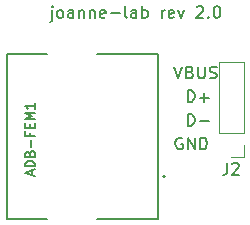
<source format=gbr>
%TF.GenerationSoftware,KiCad,Pcbnew,7.0.9-1.fc39*%
%TF.CreationDate,2023-12-29T10:15:15-08:00*%
%TF.ProjectId,aekii-m3501,61656b69-692d-46d3-9335-30312e6b6963,rev?*%
%TF.SameCoordinates,Original*%
%TF.FileFunction,Legend,Top*%
%TF.FilePolarity,Positive*%
%FSLAX46Y46*%
G04 Gerber Fmt 4.6, Leading zero omitted, Abs format (unit mm)*
G04 Created by KiCad (PCBNEW 7.0.9-1.fc39) date 2023-12-29 10:15:15*
%MOMM*%
%LPD*%
G01*
G04 APERTURE LIST*
%ADD10C,0.150000*%
%ADD11C,0.127000*%
%ADD12C,0.200000*%
%ADD13C,0.120000*%
G04 APERTURE END LIST*
D10*
X103841779Y-102073152D02*
X103841779Y-102930295D01*
X103841779Y-102930295D02*
X103794160Y-103025533D01*
X103794160Y-103025533D02*
X103698922Y-103073152D01*
X103698922Y-103073152D02*
X103651303Y-103073152D01*
X103841779Y-101739819D02*
X103794160Y-101787438D01*
X103794160Y-101787438D02*
X103841779Y-101835057D01*
X103841779Y-101835057D02*
X103889398Y-101787438D01*
X103889398Y-101787438D02*
X103841779Y-101739819D01*
X103841779Y-101739819D02*
X103841779Y-101835057D01*
X104460826Y-102739819D02*
X104365588Y-102692200D01*
X104365588Y-102692200D02*
X104317969Y-102644580D01*
X104317969Y-102644580D02*
X104270350Y-102549342D01*
X104270350Y-102549342D02*
X104270350Y-102263628D01*
X104270350Y-102263628D02*
X104317969Y-102168390D01*
X104317969Y-102168390D02*
X104365588Y-102120771D01*
X104365588Y-102120771D02*
X104460826Y-102073152D01*
X104460826Y-102073152D02*
X104603683Y-102073152D01*
X104603683Y-102073152D02*
X104698921Y-102120771D01*
X104698921Y-102120771D02*
X104746540Y-102168390D01*
X104746540Y-102168390D02*
X104794159Y-102263628D01*
X104794159Y-102263628D02*
X104794159Y-102549342D01*
X104794159Y-102549342D02*
X104746540Y-102644580D01*
X104746540Y-102644580D02*
X104698921Y-102692200D01*
X104698921Y-102692200D02*
X104603683Y-102739819D01*
X104603683Y-102739819D02*
X104460826Y-102739819D01*
X105651302Y-102739819D02*
X105651302Y-102216009D01*
X105651302Y-102216009D02*
X105603683Y-102120771D01*
X105603683Y-102120771D02*
X105508445Y-102073152D01*
X105508445Y-102073152D02*
X105317969Y-102073152D01*
X105317969Y-102073152D02*
X105222731Y-102120771D01*
X105651302Y-102692200D02*
X105556064Y-102739819D01*
X105556064Y-102739819D02*
X105317969Y-102739819D01*
X105317969Y-102739819D02*
X105222731Y-102692200D01*
X105222731Y-102692200D02*
X105175112Y-102596961D01*
X105175112Y-102596961D02*
X105175112Y-102501723D01*
X105175112Y-102501723D02*
X105222731Y-102406485D01*
X105222731Y-102406485D02*
X105317969Y-102358866D01*
X105317969Y-102358866D02*
X105556064Y-102358866D01*
X105556064Y-102358866D02*
X105651302Y-102311247D01*
X106127493Y-102073152D02*
X106127493Y-102739819D01*
X106127493Y-102168390D02*
X106175112Y-102120771D01*
X106175112Y-102120771D02*
X106270350Y-102073152D01*
X106270350Y-102073152D02*
X106413207Y-102073152D01*
X106413207Y-102073152D02*
X106508445Y-102120771D01*
X106508445Y-102120771D02*
X106556064Y-102216009D01*
X106556064Y-102216009D02*
X106556064Y-102739819D01*
X107032255Y-102073152D02*
X107032255Y-102739819D01*
X107032255Y-102168390D02*
X107079874Y-102120771D01*
X107079874Y-102120771D02*
X107175112Y-102073152D01*
X107175112Y-102073152D02*
X107317969Y-102073152D01*
X107317969Y-102073152D02*
X107413207Y-102120771D01*
X107413207Y-102120771D02*
X107460826Y-102216009D01*
X107460826Y-102216009D02*
X107460826Y-102739819D01*
X108317969Y-102692200D02*
X108222731Y-102739819D01*
X108222731Y-102739819D02*
X108032255Y-102739819D01*
X108032255Y-102739819D02*
X107937017Y-102692200D01*
X107937017Y-102692200D02*
X107889398Y-102596961D01*
X107889398Y-102596961D02*
X107889398Y-102216009D01*
X107889398Y-102216009D02*
X107937017Y-102120771D01*
X107937017Y-102120771D02*
X108032255Y-102073152D01*
X108032255Y-102073152D02*
X108222731Y-102073152D01*
X108222731Y-102073152D02*
X108317969Y-102120771D01*
X108317969Y-102120771D02*
X108365588Y-102216009D01*
X108365588Y-102216009D02*
X108365588Y-102311247D01*
X108365588Y-102311247D02*
X107889398Y-102406485D01*
X108794160Y-102358866D02*
X109556065Y-102358866D01*
X110175112Y-102739819D02*
X110079874Y-102692200D01*
X110079874Y-102692200D02*
X110032255Y-102596961D01*
X110032255Y-102596961D02*
X110032255Y-101739819D01*
X110984636Y-102739819D02*
X110984636Y-102216009D01*
X110984636Y-102216009D02*
X110937017Y-102120771D01*
X110937017Y-102120771D02*
X110841779Y-102073152D01*
X110841779Y-102073152D02*
X110651303Y-102073152D01*
X110651303Y-102073152D02*
X110556065Y-102120771D01*
X110984636Y-102692200D02*
X110889398Y-102739819D01*
X110889398Y-102739819D02*
X110651303Y-102739819D01*
X110651303Y-102739819D02*
X110556065Y-102692200D01*
X110556065Y-102692200D02*
X110508446Y-102596961D01*
X110508446Y-102596961D02*
X110508446Y-102501723D01*
X110508446Y-102501723D02*
X110556065Y-102406485D01*
X110556065Y-102406485D02*
X110651303Y-102358866D01*
X110651303Y-102358866D02*
X110889398Y-102358866D01*
X110889398Y-102358866D02*
X110984636Y-102311247D01*
X111460827Y-102739819D02*
X111460827Y-101739819D01*
X111460827Y-102120771D02*
X111556065Y-102073152D01*
X111556065Y-102073152D02*
X111746541Y-102073152D01*
X111746541Y-102073152D02*
X111841779Y-102120771D01*
X111841779Y-102120771D02*
X111889398Y-102168390D01*
X111889398Y-102168390D02*
X111937017Y-102263628D01*
X111937017Y-102263628D02*
X111937017Y-102549342D01*
X111937017Y-102549342D02*
X111889398Y-102644580D01*
X111889398Y-102644580D02*
X111841779Y-102692200D01*
X111841779Y-102692200D02*
X111746541Y-102739819D01*
X111746541Y-102739819D02*
X111556065Y-102739819D01*
X111556065Y-102739819D02*
X111460827Y-102692200D01*
X113127494Y-102739819D02*
X113127494Y-102073152D01*
X113127494Y-102263628D02*
X113175113Y-102168390D01*
X113175113Y-102168390D02*
X113222732Y-102120771D01*
X113222732Y-102120771D02*
X113317970Y-102073152D01*
X113317970Y-102073152D02*
X113413208Y-102073152D01*
X114127494Y-102692200D02*
X114032256Y-102739819D01*
X114032256Y-102739819D02*
X113841780Y-102739819D01*
X113841780Y-102739819D02*
X113746542Y-102692200D01*
X113746542Y-102692200D02*
X113698923Y-102596961D01*
X113698923Y-102596961D02*
X113698923Y-102216009D01*
X113698923Y-102216009D02*
X113746542Y-102120771D01*
X113746542Y-102120771D02*
X113841780Y-102073152D01*
X113841780Y-102073152D02*
X114032256Y-102073152D01*
X114032256Y-102073152D02*
X114127494Y-102120771D01*
X114127494Y-102120771D02*
X114175113Y-102216009D01*
X114175113Y-102216009D02*
X114175113Y-102311247D01*
X114175113Y-102311247D02*
X113698923Y-102406485D01*
X114508447Y-102073152D02*
X114746542Y-102739819D01*
X114746542Y-102739819D02*
X114984637Y-102073152D01*
X116079876Y-101835057D02*
X116127495Y-101787438D01*
X116127495Y-101787438D02*
X116222733Y-101739819D01*
X116222733Y-101739819D02*
X116460828Y-101739819D01*
X116460828Y-101739819D02*
X116556066Y-101787438D01*
X116556066Y-101787438D02*
X116603685Y-101835057D01*
X116603685Y-101835057D02*
X116651304Y-101930295D01*
X116651304Y-101930295D02*
X116651304Y-102025533D01*
X116651304Y-102025533D02*
X116603685Y-102168390D01*
X116603685Y-102168390D02*
X116032257Y-102739819D01*
X116032257Y-102739819D02*
X116651304Y-102739819D01*
X117079876Y-102644580D02*
X117127495Y-102692200D01*
X117127495Y-102692200D02*
X117079876Y-102739819D01*
X117079876Y-102739819D02*
X117032257Y-102692200D01*
X117032257Y-102692200D02*
X117079876Y-102644580D01*
X117079876Y-102644580D02*
X117079876Y-102739819D01*
X117746542Y-101739819D02*
X117841780Y-101739819D01*
X117841780Y-101739819D02*
X117937018Y-101787438D01*
X117937018Y-101787438D02*
X117984637Y-101835057D01*
X117984637Y-101835057D02*
X118032256Y-101930295D01*
X118032256Y-101930295D02*
X118079875Y-102120771D01*
X118079875Y-102120771D02*
X118079875Y-102358866D01*
X118079875Y-102358866D02*
X118032256Y-102549342D01*
X118032256Y-102549342D02*
X117984637Y-102644580D01*
X117984637Y-102644580D02*
X117937018Y-102692200D01*
X117937018Y-102692200D02*
X117841780Y-102739819D01*
X117841780Y-102739819D02*
X117746542Y-102739819D01*
X117746542Y-102739819D02*
X117651304Y-102692200D01*
X117651304Y-102692200D02*
X117603685Y-102644580D01*
X117603685Y-102644580D02*
X117556066Y-102549342D01*
X117556066Y-102549342D02*
X117508447Y-102358866D01*
X117508447Y-102358866D02*
X117508447Y-102120771D01*
X117508447Y-102120771D02*
X117556066Y-101930295D01*
X117556066Y-101930295D02*
X117603685Y-101835057D01*
X117603685Y-101835057D02*
X117651304Y-101787438D01*
X117651304Y-101787438D02*
X117746542Y-101739819D01*
X115336779Y-109869819D02*
X115336779Y-108869819D01*
X115336779Y-108869819D02*
X115574874Y-108869819D01*
X115574874Y-108869819D02*
X115717731Y-108917438D01*
X115717731Y-108917438D02*
X115812969Y-109012676D01*
X115812969Y-109012676D02*
X115860588Y-109107914D01*
X115860588Y-109107914D02*
X115908207Y-109298390D01*
X115908207Y-109298390D02*
X115908207Y-109441247D01*
X115908207Y-109441247D02*
X115860588Y-109631723D01*
X115860588Y-109631723D02*
X115812969Y-109726961D01*
X115812969Y-109726961D02*
X115717731Y-109822200D01*
X115717731Y-109822200D02*
X115574874Y-109869819D01*
X115574874Y-109869819D02*
X115336779Y-109869819D01*
X116336779Y-109488866D02*
X117098684Y-109488866D01*
X116717731Y-109869819D02*
X116717731Y-109107914D01*
X115336779Y-111869819D02*
X115336779Y-110869819D01*
X115336779Y-110869819D02*
X115574874Y-110869819D01*
X115574874Y-110869819D02*
X115717731Y-110917438D01*
X115717731Y-110917438D02*
X115812969Y-111012676D01*
X115812969Y-111012676D02*
X115860588Y-111107914D01*
X115860588Y-111107914D02*
X115908207Y-111298390D01*
X115908207Y-111298390D02*
X115908207Y-111441247D01*
X115908207Y-111441247D02*
X115860588Y-111631723D01*
X115860588Y-111631723D02*
X115812969Y-111726961D01*
X115812969Y-111726961D02*
X115717731Y-111822200D01*
X115717731Y-111822200D02*
X115574874Y-111869819D01*
X115574874Y-111869819D02*
X115336779Y-111869819D01*
X116336779Y-111488866D02*
X117098684Y-111488866D01*
X114860588Y-112917438D02*
X114765350Y-112869819D01*
X114765350Y-112869819D02*
X114622493Y-112869819D01*
X114622493Y-112869819D02*
X114479636Y-112917438D01*
X114479636Y-112917438D02*
X114384398Y-113012676D01*
X114384398Y-113012676D02*
X114336779Y-113107914D01*
X114336779Y-113107914D02*
X114289160Y-113298390D01*
X114289160Y-113298390D02*
X114289160Y-113441247D01*
X114289160Y-113441247D02*
X114336779Y-113631723D01*
X114336779Y-113631723D02*
X114384398Y-113726961D01*
X114384398Y-113726961D02*
X114479636Y-113822200D01*
X114479636Y-113822200D02*
X114622493Y-113869819D01*
X114622493Y-113869819D02*
X114717731Y-113869819D01*
X114717731Y-113869819D02*
X114860588Y-113822200D01*
X114860588Y-113822200D02*
X114908207Y-113774580D01*
X114908207Y-113774580D02*
X114908207Y-113441247D01*
X114908207Y-113441247D02*
X114717731Y-113441247D01*
X115336779Y-113869819D02*
X115336779Y-112869819D01*
X115336779Y-112869819D02*
X115908207Y-113869819D01*
X115908207Y-113869819D02*
X115908207Y-112869819D01*
X116384398Y-113869819D02*
X116384398Y-112869819D01*
X116384398Y-112869819D02*
X116622493Y-112869819D01*
X116622493Y-112869819D02*
X116765350Y-112917438D01*
X116765350Y-112917438D02*
X116860588Y-113012676D01*
X116860588Y-113012676D02*
X116908207Y-113107914D01*
X116908207Y-113107914D02*
X116955826Y-113298390D01*
X116955826Y-113298390D02*
X116955826Y-113441247D01*
X116955826Y-113441247D02*
X116908207Y-113631723D01*
X116908207Y-113631723D02*
X116860588Y-113726961D01*
X116860588Y-113726961D02*
X116765350Y-113822200D01*
X116765350Y-113822200D02*
X116622493Y-113869819D01*
X116622493Y-113869819D02*
X116384398Y-113869819D01*
X114193922Y-106869819D02*
X114527255Y-107869819D01*
X114527255Y-107869819D02*
X114860588Y-106869819D01*
X115527255Y-107346009D02*
X115670112Y-107393628D01*
X115670112Y-107393628D02*
X115717731Y-107441247D01*
X115717731Y-107441247D02*
X115765350Y-107536485D01*
X115765350Y-107536485D02*
X115765350Y-107679342D01*
X115765350Y-107679342D02*
X115717731Y-107774580D01*
X115717731Y-107774580D02*
X115670112Y-107822200D01*
X115670112Y-107822200D02*
X115574874Y-107869819D01*
X115574874Y-107869819D02*
X115193922Y-107869819D01*
X115193922Y-107869819D02*
X115193922Y-106869819D01*
X115193922Y-106869819D02*
X115527255Y-106869819D01*
X115527255Y-106869819D02*
X115622493Y-106917438D01*
X115622493Y-106917438D02*
X115670112Y-106965057D01*
X115670112Y-106965057D02*
X115717731Y-107060295D01*
X115717731Y-107060295D02*
X115717731Y-107155533D01*
X115717731Y-107155533D02*
X115670112Y-107250771D01*
X115670112Y-107250771D02*
X115622493Y-107298390D01*
X115622493Y-107298390D02*
X115527255Y-107346009D01*
X115527255Y-107346009D02*
X115193922Y-107346009D01*
X116193922Y-106869819D02*
X116193922Y-107679342D01*
X116193922Y-107679342D02*
X116241541Y-107774580D01*
X116241541Y-107774580D02*
X116289160Y-107822200D01*
X116289160Y-107822200D02*
X116384398Y-107869819D01*
X116384398Y-107869819D02*
X116574874Y-107869819D01*
X116574874Y-107869819D02*
X116670112Y-107822200D01*
X116670112Y-107822200D02*
X116717731Y-107774580D01*
X116717731Y-107774580D02*
X116765350Y-107679342D01*
X116765350Y-107679342D02*
X116765350Y-106869819D01*
X117193922Y-107822200D02*
X117336779Y-107869819D01*
X117336779Y-107869819D02*
X117574874Y-107869819D01*
X117574874Y-107869819D02*
X117670112Y-107822200D01*
X117670112Y-107822200D02*
X117717731Y-107774580D01*
X117717731Y-107774580D02*
X117765350Y-107679342D01*
X117765350Y-107679342D02*
X117765350Y-107584104D01*
X117765350Y-107584104D02*
X117717731Y-107488866D01*
X117717731Y-107488866D02*
X117670112Y-107441247D01*
X117670112Y-107441247D02*
X117574874Y-107393628D01*
X117574874Y-107393628D02*
X117384398Y-107346009D01*
X117384398Y-107346009D02*
X117289160Y-107298390D01*
X117289160Y-107298390D02*
X117241541Y-107250771D01*
X117241541Y-107250771D02*
X117193922Y-107155533D01*
X117193922Y-107155533D02*
X117193922Y-107060295D01*
X117193922Y-107060295D02*
X117241541Y-106965057D01*
X117241541Y-106965057D02*
X117289160Y-106917438D01*
X117289160Y-106917438D02*
X117384398Y-106869819D01*
X117384398Y-106869819D02*
X117622493Y-106869819D01*
X117622493Y-106869819D02*
X117765350Y-106917438D01*
X102133803Y-116030270D02*
X102133803Y-115649104D01*
X102362503Y-116106503D02*
X101562054Y-115839687D01*
X101562054Y-115839687D02*
X102362503Y-115572871D01*
X102362503Y-115306054D02*
X101562054Y-115306054D01*
X101562054Y-115306054D02*
X101562054Y-115115471D01*
X101562054Y-115115471D02*
X101600171Y-115001121D01*
X101600171Y-115001121D02*
X101676404Y-114924888D01*
X101676404Y-114924888D02*
X101752637Y-114886772D01*
X101752637Y-114886772D02*
X101905104Y-114848655D01*
X101905104Y-114848655D02*
X102019454Y-114848655D01*
X102019454Y-114848655D02*
X102171920Y-114886772D01*
X102171920Y-114886772D02*
X102248153Y-114924888D01*
X102248153Y-114924888D02*
X102324387Y-115001121D01*
X102324387Y-115001121D02*
X102362503Y-115115471D01*
X102362503Y-115115471D02*
X102362503Y-115306054D01*
X101943220Y-114238789D02*
X101981337Y-114124439D01*
X101981337Y-114124439D02*
X102019454Y-114086323D01*
X102019454Y-114086323D02*
X102095687Y-114048206D01*
X102095687Y-114048206D02*
X102210037Y-114048206D01*
X102210037Y-114048206D02*
X102286270Y-114086323D01*
X102286270Y-114086323D02*
X102324387Y-114124439D01*
X102324387Y-114124439D02*
X102362503Y-114200672D01*
X102362503Y-114200672D02*
X102362503Y-114505605D01*
X102362503Y-114505605D02*
X101562054Y-114505605D01*
X101562054Y-114505605D02*
X101562054Y-114238789D01*
X101562054Y-114238789D02*
X101600171Y-114162556D01*
X101600171Y-114162556D02*
X101638287Y-114124439D01*
X101638287Y-114124439D02*
X101714521Y-114086323D01*
X101714521Y-114086323D02*
X101790754Y-114086323D01*
X101790754Y-114086323D02*
X101866987Y-114124439D01*
X101866987Y-114124439D02*
X101905104Y-114162556D01*
X101905104Y-114162556D02*
X101943220Y-114238789D01*
X101943220Y-114238789D02*
X101943220Y-114505605D01*
X102057570Y-113705156D02*
X102057570Y-113095291D01*
X101943220Y-112447308D02*
X101943220Y-112714124D01*
X102362503Y-112714124D02*
X101562054Y-112714124D01*
X101562054Y-112714124D02*
X101562054Y-112332958D01*
X101943220Y-112028025D02*
X101943220Y-111761209D01*
X102362503Y-111646859D02*
X102362503Y-112028025D01*
X102362503Y-112028025D02*
X101562054Y-112028025D01*
X101562054Y-112028025D02*
X101562054Y-111646859D01*
X102362503Y-111303809D02*
X101562054Y-111303809D01*
X101562054Y-111303809D02*
X102133803Y-111036993D01*
X102133803Y-111036993D02*
X101562054Y-110770177D01*
X101562054Y-110770177D02*
X102362503Y-110770177D01*
X102362503Y-109969728D02*
X102362503Y-110427127D01*
X102362503Y-110198427D02*
X101562054Y-110198427D01*
X101562054Y-110198427D02*
X101676404Y-110274661D01*
X101676404Y-110274661D02*
X101752637Y-110350894D01*
X101752637Y-110350894D02*
X101790754Y-110427127D01*
X118666666Y-115014819D02*
X118666666Y-115729104D01*
X118666666Y-115729104D02*
X118619047Y-115871961D01*
X118619047Y-115871961D02*
X118523809Y-115967200D01*
X118523809Y-115967200D02*
X118380952Y-116014819D01*
X118380952Y-116014819D02*
X118285714Y-116014819D01*
X119095238Y-115110057D02*
X119142857Y-115062438D01*
X119142857Y-115062438D02*
X119238095Y-115014819D01*
X119238095Y-115014819D02*
X119476190Y-115014819D01*
X119476190Y-115014819D02*
X119571428Y-115062438D01*
X119571428Y-115062438D02*
X119619047Y-115110057D01*
X119619047Y-115110057D02*
X119666666Y-115205295D01*
X119666666Y-115205295D02*
X119666666Y-115300533D01*
X119666666Y-115300533D02*
X119619047Y-115443390D01*
X119619047Y-115443390D02*
X119047619Y-116014819D01*
X119047619Y-116014819D02*
X119666666Y-116014819D01*
D11*
%TO.C,ADB-FEM1*%
X100000000Y-119760000D02*
X100000000Y-105760000D01*
X103440000Y-119760000D02*
X100000000Y-119760000D01*
X107620000Y-119730000D02*
X112830000Y-119730000D01*
X112830000Y-119730000D02*
X112830000Y-119760000D01*
X103440000Y-105760000D02*
X100000000Y-105760000D01*
X107620000Y-105760000D02*
X112830000Y-105760000D01*
X112830000Y-105760000D02*
X112830000Y-119730000D01*
D12*
X113410000Y-116160000D02*
G75*
G03*
X113410000Y-116160000I-100000J0D01*
G01*
D13*
%TO.C,J2*%
X120060000Y-114560000D02*
X119000000Y-114560000D01*
X120060000Y-113500000D02*
X120060000Y-114560000D01*
X120060000Y-112500000D02*
X120060000Y-106440000D01*
X120060000Y-112500000D02*
X117940000Y-112500000D01*
X120060000Y-106440000D02*
X117940000Y-106440000D01*
X117940000Y-112500000D02*
X117940000Y-106440000D01*
%TD*%
M02*

</source>
